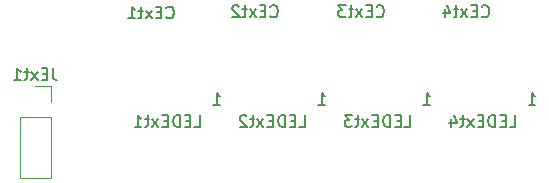
<source format=gbo>
G04 #@! TF.GenerationSoftware,KiCad,Pcbnew,(5.1.6)-1*
G04 #@! TF.CreationDate,2020-07-25T12:59:16+03:00*
G04 #@! TF.ProjectId,ergo33_led_board,6572676f-3333-45f6-9c65-645f626f6172,rev?*
G04 #@! TF.SameCoordinates,Original*
G04 #@! TF.FileFunction,Legend,Bot*
G04 #@! TF.FilePolarity,Positive*
%FSLAX46Y46*%
G04 Gerber Fmt 4.6, Leading zero omitted, Abs format (unit mm)*
G04 Created by KiCad (PCBNEW (5.1.6)-1) date 2020-07-25 12:59:16*
%MOMM*%
%LPD*%
G01*
G04 APERTURE LIST*
%ADD10C,0.120000*%
%ADD11C,0.150000*%
%ADD12C,2.300000*%
%ADD13O,1.800000X1.800000*%
%ADD14R,1.800000X1.800000*%
G04 APERTURE END LIST*
D10*
X124340000Y-103530000D02*
X121680000Y-103530000D01*
X124340000Y-98390000D02*
X124340000Y-103530000D01*
X121680000Y-98390000D02*
X121680000Y-103530000D01*
X124340000Y-98390000D02*
X121680000Y-98390000D01*
X124340000Y-97120000D02*
X124340000Y-95790000D01*
X124340000Y-95790000D02*
X123010000Y-95790000D01*
D11*
X136471904Y-99222380D02*
X136948095Y-99222380D01*
X136948095Y-98222380D01*
X136138571Y-98698571D02*
X135805238Y-98698571D01*
X135662380Y-99222380D02*
X136138571Y-99222380D01*
X136138571Y-98222380D01*
X135662380Y-98222380D01*
X135233809Y-99222380D02*
X135233809Y-98222380D01*
X134995714Y-98222380D01*
X134852857Y-98270000D01*
X134757619Y-98365238D01*
X134710000Y-98460476D01*
X134662380Y-98650952D01*
X134662380Y-98793809D01*
X134710000Y-98984285D01*
X134757619Y-99079523D01*
X134852857Y-99174761D01*
X134995714Y-99222380D01*
X135233809Y-99222380D01*
X134233809Y-98698571D02*
X133900476Y-98698571D01*
X133757619Y-99222380D02*
X134233809Y-99222380D01*
X134233809Y-98222380D01*
X133757619Y-98222380D01*
X133424285Y-99222380D02*
X132900476Y-98555714D01*
X133424285Y-98555714D02*
X132900476Y-99222380D01*
X132662380Y-98555714D02*
X132281428Y-98555714D01*
X132519523Y-98222380D02*
X132519523Y-99079523D01*
X132471904Y-99174761D01*
X132376666Y-99222380D01*
X132281428Y-99222380D01*
X131424285Y-99222380D02*
X131995714Y-99222380D01*
X131710000Y-99222380D02*
X131710000Y-98222380D01*
X131805238Y-98365238D01*
X131900476Y-98460476D01*
X131995714Y-98508095D01*
X138074285Y-97322380D02*
X138645714Y-97322380D01*
X138360000Y-97322380D02*
X138360000Y-96322380D01*
X138455238Y-96465238D01*
X138550476Y-96560476D01*
X138645714Y-96608095D01*
X145361904Y-99222380D02*
X145838095Y-99222380D01*
X145838095Y-98222380D01*
X145028571Y-98698571D02*
X144695238Y-98698571D01*
X144552380Y-99222380D02*
X145028571Y-99222380D01*
X145028571Y-98222380D01*
X144552380Y-98222380D01*
X144123809Y-99222380D02*
X144123809Y-98222380D01*
X143885714Y-98222380D01*
X143742857Y-98270000D01*
X143647619Y-98365238D01*
X143600000Y-98460476D01*
X143552380Y-98650952D01*
X143552380Y-98793809D01*
X143600000Y-98984285D01*
X143647619Y-99079523D01*
X143742857Y-99174761D01*
X143885714Y-99222380D01*
X144123809Y-99222380D01*
X143123809Y-98698571D02*
X142790476Y-98698571D01*
X142647619Y-99222380D02*
X143123809Y-99222380D01*
X143123809Y-98222380D01*
X142647619Y-98222380D01*
X142314285Y-99222380D02*
X141790476Y-98555714D01*
X142314285Y-98555714D02*
X141790476Y-99222380D01*
X141552380Y-98555714D02*
X141171428Y-98555714D01*
X141409523Y-98222380D02*
X141409523Y-99079523D01*
X141361904Y-99174761D01*
X141266666Y-99222380D01*
X141171428Y-99222380D01*
X140885714Y-98317619D02*
X140838095Y-98270000D01*
X140742857Y-98222380D01*
X140504761Y-98222380D01*
X140409523Y-98270000D01*
X140361904Y-98317619D01*
X140314285Y-98412857D01*
X140314285Y-98508095D01*
X140361904Y-98650952D01*
X140933333Y-99222380D01*
X140314285Y-99222380D01*
X146964285Y-97322380D02*
X147535714Y-97322380D01*
X147250000Y-97322380D02*
X147250000Y-96322380D01*
X147345238Y-96465238D01*
X147440476Y-96560476D01*
X147535714Y-96608095D01*
X154261904Y-99222380D02*
X154738095Y-99222380D01*
X154738095Y-98222380D01*
X153928571Y-98698571D02*
X153595238Y-98698571D01*
X153452380Y-99222380D02*
X153928571Y-99222380D01*
X153928571Y-98222380D01*
X153452380Y-98222380D01*
X153023809Y-99222380D02*
X153023809Y-98222380D01*
X152785714Y-98222380D01*
X152642857Y-98270000D01*
X152547619Y-98365238D01*
X152500000Y-98460476D01*
X152452380Y-98650952D01*
X152452380Y-98793809D01*
X152500000Y-98984285D01*
X152547619Y-99079523D01*
X152642857Y-99174761D01*
X152785714Y-99222380D01*
X153023809Y-99222380D01*
X152023809Y-98698571D02*
X151690476Y-98698571D01*
X151547619Y-99222380D02*
X152023809Y-99222380D01*
X152023809Y-98222380D01*
X151547619Y-98222380D01*
X151214285Y-99222380D02*
X150690476Y-98555714D01*
X151214285Y-98555714D02*
X150690476Y-99222380D01*
X150452380Y-98555714D02*
X150071428Y-98555714D01*
X150309523Y-98222380D02*
X150309523Y-99079523D01*
X150261904Y-99174761D01*
X150166666Y-99222380D01*
X150071428Y-99222380D01*
X149833333Y-98222380D02*
X149214285Y-98222380D01*
X149547619Y-98603333D01*
X149404761Y-98603333D01*
X149309523Y-98650952D01*
X149261904Y-98698571D01*
X149214285Y-98793809D01*
X149214285Y-99031904D01*
X149261904Y-99127142D01*
X149309523Y-99174761D01*
X149404761Y-99222380D01*
X149690476Y-99222380D01*
X149785714Y-99174761D01*
X149833333Y-99127142D01*
X155864285Y-97322380D02*
X156435714Y-97322380D01*
X156150000Y-97322380D02*
X156150000Y-96322380D01*
X156245238Y-96465238D01*
X156340476Y-96560476D01*
X156435714Y-96608095D01*
X163161904Y-99222380D02*
X163638095Y-99222380D01*
X163638095Y-98222380D01*
X162828571Y-98698571D02*
X162495238Y-98698571D01*
X162352380Y-99222380D02*
X162828571Y-99222380D01*
X162828571Y-98222380D01*
X162352380Y-98222380D01*
X161923809Y-99222380D02*
X161923809Y-98222380D01*
X161685714Y-98222380D01*
X161542857Y-98270000D01*
X161447619Y-98365238D01*
X161400000Y-98460476D01*
X161352380Y-98650952D01*
X161352380Y-98793809D01*
X161400000Y-98984285D01*
X161447619Y-99079523D01*
X161542857Y-99174761D01*
X161685714Y-99222380D01*
X161923809Y-99222380D01*
X160923809Y-98698571D02*
X160590476Y-98698571D01*
X160447619Y-99222380D02*
X160923809Y-99222380D01*
X160923809Y-98222380D01*
X160447619Y-98222380D01*
X160114285Y-99222380D02*
X159590476Y-98555714D01*
X160114285Y-98555714D02*
X159590476Y-99222380D01*
X159352380Y-98555714D02*
X158971428Y-98555714D01*
X159209523Y-98222380D02*
X159209523Y-99079523D01*
X159161904Y-99174761D01*
X159066666Y-99222380D01*
X158971428Y-99222380D01*
X158209523Y-98555714D02*
X158209523Y-99222380D01*
X158447619Y-98174761D02*
X158685714Y-98889047D01*
X158066666Y-98889047D01*
X164764285Y-97322380D02*
X165335714Y-97322380D01*
X165050000Y-97322380D02*
X165050000Y-96322380D01*
X165145238Y-96465238D01*
X165240476Y-96560476D01*
X165335714Y-96608095D01*
X124486190Y-94242380D02*
X124486190Y-94956666D01*
X124533809Y-95099523D01*
X124629047Y-95194761D01*
X124771904Y-95242380D01*
X124867142Y-95242380D01*
X124010000Y-94718571D02*
X123676666Y-94718571D01*
X123533809Y-95242380D02*
X124010000Y-95242380D01*
X124010000Y-94242380D01*
X123533809Y-94242380D01*
X123200476Y-95242380D02*
X122676666Y-94575714D01*
X123200476Y-94575714D02*
X122676666Y-95242380D01*
X122438571Y-94575714D02*
X122057619Y-94575714D01*
X122295714Y-94242380D02*
X122295714Y-95099523D01*
X122248095Y-95194761D01*
X122152857Y-95242380D01*
X122057619Y-95242380D01*
X121200476Y-95242380D02*
X121771904Y-95242380D01*
X121486190Y-95242380D02*
X121486190Y-94242380D01*
X121581428Y-94385238D01*
X121676666Y-94480476D01*
X121771904Y-94528095D01*
X160809523Y-89827142D02*
X160857142Y-89874761D01*
X161000000Y-89922380D01*
X161095238Y-89922380D01*
X161238095Y-89874761D01*
X161333333Y-89779523D01*
X161380952Y-89684285D01*
X161428571Y-89493809D01*
X161428571Y-89350952D01*
X161380952Y-89160476D01*
X161333333Y-89065238D01*
X161238095Y-88970000D01*
X161095238Y-88922380D01*
X161000000Y-88922380D01*
X160857142Y-88970000D01*
X160809523Y-89017619D01*
X160380952Y-89398571D02*
X160047619Y-89398571D01*
X159904761Y-89922380D02*
X160380952Y-89922380D01*
X160380952Y-88922380D01*
X159904761Y-88922380D01*
X159571428Y-89922380D02*
X159047619Y-89255714D01*
X159571428Y-89255714D02*
X159047619Y-89922380D01*
X158809523Y-89255714D02*
X158428571Y-89255714D01*
X158666666Y-88922380D02*
X158666666Y-89779523D01*
X158619047Y-89874761D01*
X158523809Y-89922380D01*
X158428571Y-89922380D01*
X157666666Y-89255714D02*
X157666666Y-89922380D01*
X157904761Y-88874761D02*
X158142857Y-89589047D01*
X157523809Y-89589047D01*
X151909523Y-89827142D02*
X151957142Y-89874761D01*
X152100000Y-89922380D01*
X152195238Y-89922380D01*
X152338095Y-89874761D01*
X152433333Y-89779523D01*
X152480952Y-89684285D01*
X152528571Y-89493809D01*
X152528571Y-89350952D01*
X152480952Y-89160476D01*
X152433333Y-89065238D01*
X152338095Y-88970000D01*
X152195238Y-88922380D01*
X152100000Y-88922380D01*
X151957142Y-88970000D01*
X151909523Y-89017619D01*
X151480952Y-89398571D02*
X151147619Y-89398571D01*
X151004761Y-89922380D02*
X151480952Y-89922380D01*
X151480952Y-88922380D01*
X151004761Y-88922380D01*
X150671428Y-89922380D02*
X150147619Y-89255714D01*
X150671428Y-89255714D02*
X150147619Y-89922380D01*
X149909523Y-89255714D02*
X149528571Y-89255714D01*
X149766666Y-88922380D02*
X149766666Y-89779523D01*
X149719047Y-89874761D01*
X149623809Y-89922380D01*
X149528571Y-89922380D01*
X149290476Y-88922380D02*
X148671428Y-88922380D01*
X149004761Y-89303333D01*
X148861904Y-89303333D01*
X148766666Y-89350952D01*
X148719047Y-89398571D01*
X148671428Y-89493809D01*
X148671428Y-89731904D01*
X148719047Y-89827142D01*
X148766666Y-89874761D01*
X148861904Y-89922380D01*
X149147619Y-89922380D01*
X149242857Y-89874761D01*
X149290476Y-89827142D01*
X142919523Y-89827142D02*
X142967142Y-89874761D01*
X143110000Y-89922380D01*
X143205238Y-89922380D01*
X143348095Y-89874761D01*
X143443333Y-89779523D01*
X143490952Y-89684285D01*
X143538571Y-89493809D01*
X143538571Y-89350952D01*
X143490952Y-89160476D01*
X143443333Y-89065238D01*
X143348095Y-88970000D01*
X143205238Y-88922380D01*
X143110000Y-88922380D01*
X142967142Y-88970000D01*
X142919523Y-89017619D01*
X142490952Y-89398571D02*
X142157619Y-89398571D01*
X142014761Y-89922380D02*
X142490952Y-89922380D01*
X142490952Y-88922380D01*
X142014761Y-88922380D01*
X141681428Y-89922380D02*
X141157619Y-89255714D01*
X141681428Y-89255714D02*
X141157619Y-89922380D01*
X140919523Y-89255714D02*
X140538571Y-89255714D01*
X140776666Y-88922380D02*
X140776666Y-89779523D01*
X140729047Y-89874761D01*
X140633809Y-89922380D01*
X140538571Y-89922380D01*
X140252857Y-89017619D02*
X140205238Y-88970000D01*
X140110000Y-88922380D01*
X139871904Y-88922380D01*
X139776666Y-88970000D01*
X139729047Y-89017619D01*
X139681428Y-89112857D01*
X139681428Y-89208095D01*
X139729047Y-89350952D01*
X140300476Y-89922380D01*
X139681428Y-89922380D01*
X134109523Y-89927142D02*
X134157142Y-89974761D01*
X134300000Y-90022380D01*
X134395238Y-90022380D01*
X134538095Y-89974761D01*
X134633333Y-89879523D01*
X134680952Y-89784285D01*
X134728571Y-89593809D01*
X134728571Y-89450952D01*
X134680952Y-89260476D01*
X134633333Y-89165238D01*
X134538095Y-89070000D01*
X134395238Y-89022380D01*
X134300000Y-89022380D01*
X134157142Y-89070000D01*
X134109523Y-89117619D01*
X133680952Y-89498571D02*
X133347619Y-89498571D01*
X133204761Y-90022380D02*
X133680952Y-90022380D01*
X133680952Y-89022380D01*
X133204761Y-89022380D01*
X132871428Y-90022380D02*
X132347619Y-89355714D01*
X132871428Y-89355714D02*
X132347619Y-90022380D01*
X132109523Y-89355714D02*
X131728571Y-89355714D01*
X131966666Y-89022380D02*
X131966666Y-89879523D01*
X131919047Y-89974761D01*
X131823809Y-90022380D01*
X131728571Y-90022380D01*
X130871428Y-90022380D02*
X131442857Y-90022380D01*
X131157142Y-90022380D02*
X131157142Y-89022380D01*
X131252380Y-89165238D01*
X131347619Y-89260476D01*
X131442857Y-89308095D01*
%LPC*%
D12*
X123000000Y-108250000D03*
X123000000Y-91100000D03*
D13*
X123010000Y-102200000D03*
X123010000Y-99660000D03*
D14*
X123010000Y-97120000D03*
M02*

</source>
